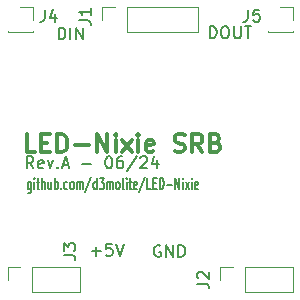
<source format=gbr>
%TF.GenerationSoftware,KiCad,Pcbnew,8.0.3*%
%TF.CreationDate,2024-07-13T20:35:25+02:00*%
%TF.ProjectId,Shift Register Board,53686966-7420-4526-9567-697374657220,rev?*%
%TF.SameCoordinates,Original*%
%TF.FileFunction,Legend,Top*%
%TF.FilePolarity,Positive*%
%FSLAX46Y46*%
G04 Gerber Fmt 4.6, Leading zero omitted, Abs format (unit mm)*
G04 Created by KiCad (PCBNEW 8.0.3) date 2024-07-13 20:35:25*
%MOMM*%
%LPD*%
G01*
G04 APERTURE LIST*
%ADD10C,0.150000*%
%ADD11C,0.300000*%
%ADD12C,0.120000*%
G04 APERTURE END LIST*
D10*
X68036779Y-63469819D02*
X68036779Y-62469819D01*
X68036779Y-62469819D02*
X68274874Y-62469819D01*
X68274874Y-62469819D02*
X68417731Y-62517438D01*
X68417731Y-62517438D02*
X68512969Y-62612676D01*
X68512969Y-62612676D02*
X68560588Y-62707914D01*
X68560588Y-62707914D02*
X68608207Y-62898390D01*
X68608207Y-62898390D02*
X68608207Y-63041247D01*
X68608207Y-63041247D02*
X68560588Y-63231723D01*
X68560588Y-63231723D02*
X68512969Y-63326961D01*
X68512969Y-63326961D02*
X68417731Y-63422200D01*
X68417731Y-63422200D02*
X68274874Y-63469819D01*
X68274874Y-63469819D02*
X68036779Y-63469819D01*
X69227255Y-62469819D02*
X69417731Y-62469819D01*
X69417731Y-62469819D02*
X69512969Y-62517438D01*
X69512969Y-62517438D02*
X69608207Y-62612676D01*
X69608207Y-62612676D02*
X69655826Y-62803152D01*
X69655826Y-62803152D02*
X69655826Y-63136485D01*
X69655826Y-63136485D02*
X69608207Y-63326961D01*
X69608207Y-63326961D02*
X69512969Y-63422200D01*
X69512969Y-63422200D02*
X69417731Y-63469819D01*
X69417731Y-63469819D02*
X69227255Y-63469819D01*
X69227255Y-63469819D02*
X69132017Y-63422200D01*
X69132017Y-63422200D02*
X69036779Y-63326961D01*
X69036779Y-63326961D02*
X68989160Y-63136485D01*
X68989160Y-63136485D02*
X68989160Y-62803152D01*
X68989160Y-62803152D02*
X69036779Y-62612676D01*
X69036779Y-62612676D02*
X69132017Y-62517438D01*
X69132017Y-62517438D02*
X69227255Y-62469819D01*
X70084398Y-62469819D02*
X70084398Y-63279342D01*
X70084398Y-63279342D02*
X70132017Y-63374580D01*
X70132017Y-63374580D02*
X70179636Y-63422200D01*
X70179636Y-63422200D02*
X70274874Y-63469819D01*
X70274874Y-63469819D02*
X70465350Y-63469819D01*
X70465350Y-63469819D02*
X70560588Y-63422200D01*
X70560588Y-63422200D02*
X70608207Y-63374580D01*
X70608207Y-63374580D02*
X70655826Y-63279342D01*
X70655826Y-63279342D02*
X70655826Y-62469819D01*
X70989160Y-62469819D02*
X71560588Y-62469819D01*
X71274874Y-63469819D02*
X71274874Y-62469819D01*
D11*
X53268796Y-73100828D02*
X52554510Y-73100828D01*
X52554510Y-73100828D02*
X52554510Y-71600828D01*
X53768796Y-72315114D02*
X54268796Y-72315114D01*
X54483082Y-73100828D02*
X53768796Y-73100828D01*
X53768796Y-73100828D02*
X53768796Y-71600828D01*
X53768796Y-71600828D02*
X54483082Y-71600828D01*
X55125939Y-73100828D02*
X55125939Y-71600828D01*
X55125939Y-71600828D02*
X55483082Y-71600828D01*
X55483082Y-71600828D02*
X55697368Y-71672257D01*
X55697368Y-71672257D02*
X55840225Y-71815114D01*
X55840225Y-71815114D02*
X55911654Y-71957971D01*
X55911654Y-71957971D02*
X55983082Y-72243685D01*
X55983082Y-72243685D02*
X55983082Y-72457971D01*
X55983082Y-72457971D02*
X55911654Y-72743685D01*
X55911654Y-72743685D02*
X55840225Y-72886542D01*
X55840225Y-72886542D02*
X55697368Y-73029400D01*
X55697368Y-73029400D02*
X55483082Y-73100828D01*
X55483082Y-73100828D02*
X55125939Y-73100828D01*
X56625939Y-72529400D02*
X57768797Y-72529400D01*
X58483082Y-73100828D02*
X58483082Y-71600828D01*
X58483082Y-71600828D02*
X59340225Y-73100828D01*
X59340225Y-73100828D02*
X59340225Y-71600828D01*
X60054511Y-73100828D02*
X60054511Y-72100828D01*
X60054511Y-71600828D02*
X59983083Y-71672257D01*
X59983083Y-71672257D02*
X60054511Y-71743685D01*
X60054511Y-71743685D02*
X60125940Y-71672257D01*
X60125940Y-71672257D02*
X60054511Y-71600828D01*
X60054511Y-71600828D02*
X60054511Y-71743685D01*
X60625940Y-73100828D02*
X61411655Y-72100828D01*
X60625940Y-72100828D02*
X61411655Y-73100828D01*
X61983083Y-73100828D02*
X61983083Y-72100828D01*
X61983083Y-71600828D02*
X61911655Y-71672257D01*
X61911655Y-71672257D02*
X61983083Y-71743685D01*
X61983083Y-71743685D02*
X62054512Y-71672257D01*
X62054512Y-71672257D02*
X61983083Y-71600828D01*
X61983083Y-71600828D02*
X61983083Y-71743685D01*
X63268798Y-73029400D02*
X63125941Y-73100828D01*
X63125941Y-73100828D02*
X62840227Y-73100828D01*
X62840227Y-73100828D02*
X62697369Y-73029400D01*
X62697369Y-73029400D02*
X62625941Y-72886542D01*
X62625941Y-72886542D02*
X62625941Y-72315114D01*
X62625941Y-72315114D02*
X62697369Y-72172257D01*
X62697369Y-72172257D02*
X62840227Y-72100828D01*
X62840227Y-72100828D02*
X63125941Y-72100828D01*
X63125941Y-72100828D02*
X63268798Y-72172257D01*
X63268798Y-72172257D02*
X63340227Y-72315114D01*
X63340227Y-72315114D02*
X63340227Y-72457971D01*
X63340227Y-72457971D02*
X62625941Y-72600828D01*
X65054512Y-73029400D02*
X65268798Y-73100828D01*
X65268798Y-73100828D02*
X65625940Y-73100828D01*
X65625940Y-73100828D02*
X65768798Y-73029400D01*
X65768798Y-73029400D02*
X65840226Y-72957971D01*
X65840226Y-72957971D02*
X65911655Y-72815114D01*
X65911655Y-72815114D02*
X65911655Y-72672257D01*
X65911655Y-72672257D02*
X65840226Y-72529400D01*
X65840226Y-72529400D02*
X65768798Y-72457971D01*
X65768798Y-72457971D02*
X65625940Y-72386542D01*
X65625940Y-72386542D02*
X65340226Y-72315114D01*
X65340226Y-72315114D02*
X65197369Y-72243685D01*
X65197369Y-72243685D02*
X65125940Y-72172257D01*
X65125940Y-72172257D02*
X65054512Y-72029400D01*
X65054512Y-72029400D02*
X65054512Y-71886542D01*
X65054512Y-71886542D02*
X65125940Y-71743685D01*
X65125940Y-71743685D02*
X65197369Y-71672257D01*
X65197369Y-71672257D02*
X65340226Y-71600828D01*
X65340226Y-71600828D02*
X65697369Y-71600828D01*
X65697369Y-71600828D02*
X65911655Y-71672257D01*
X67411654Y-73100828D02*
X66911654Y-72386542D01*
X66554511Y-73100828D02*
X66554511Y-71600828D01*
X66554511Y-71600828D02*
X67125940Y-71600828D01*
X67125940Y-71600828D02*
X67268797Y-71672257D01*
X67268797Y-71672257D02*
X67340226Y-71743685D01*
X67340226Y-71743685D02*
X67411654Y-71886542D01*
X67411654Y-71886542D02*
X67411654Y-72100828D01*
X67411654Y-72100828D02*
X67340226Y-72243685D01*
X67340226Y-72243685D02*
X67268797Y-72315114D01*
X67268797Y-72315114D02*
X67125940Y-72386542D01*
X67125940Y-72386542D02*
X66554511Y-72386542D01*
X68554511Y-72315114D02*
X68768797Y-72386542D01*
X68768797Y-72386542D02*
X68840226Y-72457971D01*
X68840226Y-72457971D02*
X68911654Y-72600828D01*
X68911654Y-72600828D02*
X68911654Y-72815114D01*
X68911654Y-72815114D02*
X68840226Y-72957971D01*
X68840226Y-72957971D02*
X68768797Y-73029400D01*
X68768797Y-73029400D02*
X68625940Y-73100828D01*
X68625940Y-73100828D02*
X68054511Y-73100828D01*
X68054511Y-73100828D02*
X68054511Y-71600828D01*
X68054511Y-71600828D02*
X68554511Y-71600828D01*
X68554511Y-71600828D02*
X68697369Y-71672257D01*
X68697369Y-71672257D02*
X68768797Y-71743685D01*
X68768797Y-71743685D02*
X68840226Y-71886542D01*
X68840226Y-71886542D02*
X68840226Y-72029400D01*
X68840226Y-72029400D02*
X68768797Y-72172257D01*
X68768797Y-72172257D02*
X68697369Y-72243685D01*
X68697369Y-72243685D02*
X68554511Y-72315114D01*
X68554511Y-72315114D02*
X68054511Y-72315114D01*
D10*
X55236779Y-63569819D02*
X55236779Y-62569819D01*
X55236779Y-62569819D02*
X55474874Y-62569819D01*
X55474874Y-62569819D02*
X55617731Y-62617438D01*
X55617731Y-62617438D02*
X55712969Y-62712676D01*
X55712969Y-62712676D02*
X55760588Y-62807914D01*
X55760588Y-62807914D02*
X55808207Y-62998390D01*
X55808207Y-62998390D02*
X55808207Y-63141247D01*
X55808207Y-63141247D02*
X55760588Y-63331723D01*
X55760588Y-63331723D02*
X55712969Y-63426961D01*
X55712969Y-63426961D02*
X55617731Y-63522200D01*
X55617731Y-63522200D02*
X55474874Y-63569819D01*
X55474874Y-63569819D02*
X55236779Y-63569819D01*
X56236779Y-63569819D02*
X56236779Y-62569819D01*
X56712969Y-63569819D02*
X56712969Y-62569819D01*
X56712969Y-62569819D02*
X57284397Y-63569819D01*
X57284397Y-63569819D02*
X57284397Y-62569819D01*
X58036779Y-81488866D02*
X58798684Y-81488866D01*
X58417731Y-81869819D02*
X58417731Y-81107914D01*
X59751064Y-80869819D02*
X59274874Y-80869819D01*
X59274874Y-80869819D02*
X59227255Y-81346009D01*
X59227255Y-81346009D02*
X59274874Y-81298390D01*
X59274874Y-81298390D02*
X59370112Y-81250771D01*
X59370112Y-81250771D02*
X59608207Y-81250771D01*
X59608207Y-81250771D02*
X59703445Y-81298390D01*
X59703445Y-81298390D02*
X59751064Y-81346009D01*
X59751064Y-81346009D02*
X59798683Y-81441247D01*
X59798683Y-81441247D02*
X59798683Y-81679342D01*
X59798683Y-81679342D02*
X59751064Y-81774580D01*
X59751064Y-81774580D02*
X59703445Y-81822200D01*
X59703445Y-81822200D02*
X59608207Y-81869819D01*
X59608207Y-81869819D02*
X59370112Y-81869819D01*
X59370112Y-81869819D02*
X59274874Y-81822200D01*
X59274874Y-81822200D02*
X59227255Y-81774580D01*
X60084398Y-80869819D02*
X60417731Y-81869819D01*
X60417731Y-81869819D02*
X60751064Y-80869819D01*
X63860588Y-81017438D02*
X63765350Y-80969819D01*
X63765350Y-80969819D02*
X63622493Y-80969819D01*
X63622493Y-80969819D02*
X63479636Y-81017438D01*
X63479636Y-81017438D02*
X63384398Y-81112676D01*
X63384398Y-81112676D02*
X63336779Y-81207914D01*
X63336779Y-81207914D02*
X63289160Y-81398390D01*
X63289160Y-81398390D02*
X63289160Y-81541247D01*
X63289160Y-81541247D02*
X63336779Y-81731723D01*
X63336779Y-81731723D02*
X63384398Y-81826961D01*
X63384398Y-81826961D02*
X63479636Y-81922200D01*
X63479636Y-81922200D02*
X63622493Y-81969819D01*
X63622493Y-81969819D02*
X63717731Y-81969819D01*
X63717731Y-81969819D02*
X63860588Y-81922200D01*
X63860588Y-81922200D02*
X63908207Y-81874580D01*
X63908207Y-81874580D02*
X63908207Y-81541247D01*
X63908207Y-81541247D02*
X63717731Y-81541247D01*
X64336779Y-81969819D02*
X64336779Y-80969819D01*
X64336779Y-80969819D02*
X64908207Y-81969819D01*
X64908207Y-81969819D02*
X64908207Y-80969819D01*
X65384398Y-81969819D02*
X65384398Y-80969819D01*
X65384398Y-80969819D02*
X65622493Y-80969819D01*
X65622493Y-80969819D02*
X65765350Y-81017438D01*
X65765350Y-81017438D02*
X65860588Y-81112676D01*
X65860588Y-81112676D02*
X65908207Y-81207914D01*
X65908207Y-81207914D02*
X65955826Y-81398390D01*
X65955826Y-81398390D02*
X65955826Y-81541247D01*
X65955826Y-81541247D02*
X65908207Y-81731723D01*
X65908207Y-81731723D02*
X65860588Y-81826961D01*
X65860588Y-81826961D02*
X65765350Y-81922200D01*
X65765350Y-81922200D02*
X65622493Y-81969819D01*
X65622493Y-81969819D02*
X65384398Y-81969819D01*
X53108207Y-74469819D02*
X52774874Y-73993628D01*
X52536779Y-74469819D02*
X52536779Y-73469819D01*
X52536779Y-73469819D02*
X52917731Y-73469819D01*
X52917731Y-73469819D02*
X53012969Y-73517438D01*
X53012969Y-73517438D02*
X53060588Y-73565057D01*
X53060588Y-73565057D02*
X53108207Y-73660295D01*
X53108207Y-73660295D02*
X53108207Y-73803152D01*
X53108207Y-73803152D02*
X53060588Y-73898390D01*
X53060588Y-73898390D02*
X53012969Y-73946009D01*
X53012969Y-73946009D02*
X52917731Y-73993628D01*
X52917731Y-73993628D02*
X52536779Y-73993628D01*
X53917731Y-74422200D02*
X53822493Y-74469819D01*
X53822493Y-74469819D02*
X53632017Y-74469819D01*
X53632017Y-74469819D02*
X53536779Y-74422200D01*
X53536779Y-74422200D02*
X53489160Y-74326961D01*
X53489160Y-74326961D02*
X53489160Y-73946009D01*
X53489160Y-73946009D02*
X53536779Y-73850771D01*
X53536779Y-73850771D02*
X53632017Y-73803152D01*
X53632017Y-73803152D02*
X53822493Y-73803152D01*
X53822493Y-73803152D02*
X53917731Y-73850771D01*
X53917731Y-73850771D02*
X53965350Y-73946009D01*
X53965350Y-73946009D02*
X53965350Y-74041247D01*
X53965350Y-74041247D02*
X53489160Y-74136485D01*
X54298684Y-73803152D02*
X54536779Y-74469819D01*
X54536779Y-74469819D02*
X54774874Y-73803152D01*
X55155827Y-74374580D02*
X55203446Y-74422200D01*
X55203446Y-74422200D02*
X55155827Y-74469819D01*
X55155827Y-74469819D02*
X55108208Y-74422200D01*
X55108208Y-74422200D02*
X55155827Y-74374580D01*
X55155827Y-74374580D02*
X55155827Y-74469819D01*
X55584398Y-74184104D02*
X56060588Y-74184104D01*
X55489160Y-74469819D02*
X55822493Y-73469819D01*
X55822493Y-73469819D02*
X56155826Y-74469819D01*
X57251065Y-74088866D02*
X58012970Y-74088866D01*
X59441541Y-73469819D02*
X59536779Y-73469819D01*
X59536779Y-73469819D02*
X59632017Y-73517438D01*
X59632017Y-73517438D02*
X59679636Y-73565057D01*
X59679636Y-73565057D02*
X59727255Y-73660295D01*
X59727255Y-73660295D02*
X59774874Y-73850771D01*
X59774874Y-73850771D02*
X59774874Y-74088866D01*
X59774874Y-74088866D02*
X59727255Y-74279342D01*
X59727255Y-74279342D02*
X59679636Y-74374580D01*
X59679636Y-74374580D02*
X59632017Y-74422200D01*
X59632017Y-74422200D02*
X59536779Y-74469819D01*
X59536779Y-74469819D02*
X59441541Y-74469819D01*
X59441541Y-74469819D02*
X59346303Y-74422200D01*
X59346303Y-74422200D02*
X59298684Y-74374580D01*
X59298684Y-74374580D02*
X59251065Y-74279342D01*
X59251065Y-74279342D02*
X59203446Y-74088866D01*
X59203446Y-74088866D02*
X59203446Y-73850771D01*
X59203446Y-73850771D02*
X59251065Y-73660295D01*
X59251065Y-73660295D02*
X59298684Y-73565057D01*
X59298684Y-73565057D02*
X59346303Y-73517438D01*
X59346303Y-73517438D02*
X59441541Y-73469819D01*
X60632017Y-73469819D02*
X60441541Y-73469819D01*
X60441541Y-73469819D02*
X60346303Y-73517438D01*
X60346303Y-73517438D02*
X60298684Y-73565057D01*
X60298684Y-73565057D02*
X60203446Y-73707914D01*
X60203446Y-73707914D02*
X60155827Y-73898390D01*
X60155827Y-73898390D02*
X60155827Y-74279342D01*
X60155827Y-74279342D02*
X60203446Y-74374580D01*
X60203446Y-74374580D02*
X60251065Y-74422200D01*
X60251065Y-74422200D02*
X60346303Y-74469819D01*
X60346303Y-74469819D02*
X60536779Y-74469819D01*
X60536779Y-74469819D02*
X60632017Y-74422200D01*
X60632017Y-74422200D02*
X60679636Y-74374580D01*
X60679636Y-74374580D02*
X60727255Y-74279342D01*
X60727255Y-74279342D02*
X60727255Y-74041247D01*
X60727255Y-74041247D02*
X60679636Y-73946009D01*
X60679636Y-73946009D02*
X60632017Y-73898390D01*
X60632017Y-73898390D02*
X60536779Y-73850771D01*
X60536779Y-73850771D02*
X60346303Y-73850771D01*
X60346303Y-73850771D02*
X60251065Y-73898390D01*
X60251065Y-73898390D02*
X60203446Y-73946009D01*
X60203446Y-73946009D02*
X60155827Y-74041247D01*
X61870112Y-73422200D02*
X61012970Y-74707914D01*
X62155827Y-73565057D02*
X62203446Y-73517438D01*
X62203446Y-73517438D02*
X62298684Y-73469819D01*
X62298684Y-73469819D02*
X62536779Y-73469819D01*
X62536779Y-73469819D02*
X62632017Y-73517438D01*
X62632017Y-73517438D02*
X62679636Y-73565057D01*
X62679636Y-73565057D02*
X62727255Y-73660295D01*
X62727255Y-73660295D02*
X62727255Y-73755533D01*
X62727255Y-73755533D02*
X62679636Y-73898390D01*
X62679636Y-73898390D02*
X62108208Y-74469819D01*
X62108208Y-74469819D02*
X62727255Y-74469819D01*
X63584398Y-73803152D02*
X63584398Y-74469819D01*
X63346303Y-73422200D02*
X63108208Y-74136485D01*
X63108208Y-74136485D02*
X63727255Y-74136485D01*
X52898684Y-75603152D02*
X52898684Y-76412676D01*
X52898684Y-76412676D02*
X52870112Y-76507914D01*
X52870112Y-76507914D02*
X52841541Y-76555533D01*
X52841541Y-76555533D02*
X52784398Y-76603152D01*
X52784398Y-76603152D02*
X52698684Y-76603152D01*
X52698684Y-76603152D02*
X52641541Y-76555533D01*
X52898684Y-76222200D02*
X52841541Y-76269819D01*
X52841541Y-76269819D02*
X52727255Y-76269819D01*
X52727255Y-76269819D02*
X52670112Y-76222200D01*
X52670112Y-76222200D02*
X52641541Y-76174580D01*
X52641541Y-76174580D02*
X52612969Y-76079342D01*
X52612969Y-76079342D02*
X52612969Y-75793628D01*
X52612969Y-75793628D02*
X52641541Y-75698390D01*
X52641541Y-75698390D02*
X52670112Y-75650771D01*
X52670112Y-75650771D02*
X52727255Y-75603152D01*
X52727255Y-75603152D02*
X52841541Y-75603152D01*
X52841541Y-75603152D02*
X52898684Y-75650771D01*
X53184398Y-76269819D02*
X53184398Y-75603152D01*
X53184398Y-75269819D02*
X53155826Y-75317438D01*
X53155826Y-75317438D02*
X53184398Y-75365057D01*
X53184398Y-75365057D02*
X53212969Y-75317438D01*
X53212969Y-75317438D02*
X53184398Y-75269819D01*
X53184398Y-75269819D02*
X53184398Y-75365057D01*
X53384397Y-75603152D02*
X53612969Y-75603152D01*
X53470112Y-75269819D02*
X53470112Y-76126961D01*
X53470112Y-76126961D02*
X53498683Y-76222200D01*
X53498683Y-76222200D02*
X53555826Y-76269819D01*
X53555826Y-76269819D02*
X53612969Y-76269819D01*
X53812969Y-76269819D02*
X53812969Y-75269819D01*
X54070112Y-76269819D02*
X54070112Y-75746009D01*
X54070112Y-75746009D02*
X54041540Y-75650771D01*
X54041540Y-75650771D02*
X53984397Y-75603152D01*
X53984397Y-75603152D02*
X53898683Y-75603152D01*
X53898683Y-75603152D02*
X53841540Y-75650771D01*
X53841540Y-75650771D02*
X53812969Y-75698390D01*
X54612969Y-75603152D02*
X54612969Y-76269819D01*
X54355826Y-75603152D02*
X54355826Y-76126961D01*
X54355826Y-76126961D02*
X54384397Y-76222200D01*
X54384397Y-76222200D02*
X54441540Y-76269819D01*
X54441540Y-76269819D02*
X54527254Y-76269819D01*
X54527254Y-76269819D02*
X54584397Y-76222200D01*
X54584397Y-76222200D02*
X54612969Y-76174580D01*
X54898683Y-76269819D02*
X54898683Y-75269819D01*
X54898683Y-75650771D02*
X54955826Y-75603152D01*
X54955826Y-75603152D02*
X55070111Y-75603152D01*
X55070111Y-75603152D02*
X55127254Y-75650771D01*
X55127254Y-75650771D02*
X55155826Y-75698390D01*
X55155826Y-75698390D02*
X55184397Y-75793628D01*
X55184397Y-75793628D02*
X55184397Y-76079342D01*
X55184397Y-76079342D02*
X55155826Y-76174580D01*
X55155826Y-76174580D02*
X55127254Y-76222200D01*
X55127254Y-76222200D02*
X55070111Y-76269819D01*
X55070111Y-76269819D02*
X54955826Y-76269819D01*
X54955826Y-76269819D02*
X54898683Y-76222200D01*
X55441540Y-76174580D02*
X55470111Y-76222200D01*
X55470111Y-76222200D02*
X55441540Y-76269819D01*
X55441540Y-76269819D02*
X55412968Y-76222200D01*
X55412968Y-76222200D02*
X55441540Y-76174580D01*
X55441540Y-76174580D02*
X55441540Y-76269819D01*
X55984397Y-76222200D02*
X55927254Y-76269819D01*
X55927254Y-76269819D02*
X55812968Y-76269819D01*
X55812968Y-76269819D02*
X55755825Y-76222200D01*
X55755825Y-76222200D02*
X55727254Y-76174580D01*
X55727254Y-76174580D02*
X55698682Y-76079342D01*
X55698682Y-76079342D02*
X55698682Y-75793628D01*
X55698682Y-75793628D02*
X55727254Y-75698390D01*
X55727254Y-75698390D02*
X55755825Y-75650771D01*
X55755825Y-75650771D02*
X55812968Y-75603152D01*
X55812968Y-75603152D02*
X55927254Y-75603152D01*
X55927254Y-75603152D02*
X55984397Y-75650771D01*
X56327254Y-76269819D02*
X56270111Y-76222200D01*
X56270111Y-76222200D02*
X56241540Y-76174580D01*
X56241540Y-76174580D02*
X56212968Y-76079342D01*
X56212968Y-76079342D02*
X56212968Y-75793628D01*
X56212968Y-75793628D02*
X56241540Y-75698390D01*
X56241540Y-75698390D02*
X56270111Y-75650771D01*
X56270111Y-75650771D02*
X56327254Y-75603152D01*
X56327254Y-75603152D02*
X56412968Y-75603152D01*
X56412968Y-75603152D02*
X56470111Y-75650771D01*
X56470111Y-75650771D02*
X56498683Y-75698390D01*
X56498683Y-75698390D02*
X56527254Y-75793628D01*
X56527254Y-75793628D02*
X56527254Y-76079342D01*
X56527254Y-76079342D02*
X56498683Y-76174580D01*
X56498683Y-76174580D02*
X56470111Y-76222200D01*
X56470111Y-76222200D02*
X56412968Y-76269819D01*
X56412968Y-76269819D02*
X56327254Y-76269819D01*
X56784397Y-76269819D02*
X56784397Y-75603152D01*
X56784397Y-75698390D02*
X56812968Y-75650771D01*
X56812968Y-75650771D02*
X56870111Y-75603152D01*
X56870111Y-75603152D02*
X56955825Y-75603152D01*
X56955825Y-75603152D02*
X57012968Y-75650771D01*
X57012968Y-75650771D02*
X57041540Y-75746009D01*
X57041540Y-75746009D02*
X57041540Y-76269819D01*
X57041540Y-75746009D02*
X57070111Y-75650771D01*
X57070111Y-75650771D02*
X57127254Y-75603152D01*
X57127254Y-75603152D02*
X57212968Y-75603152D01*
X57212968Y-75603152D02*
X57270111Y-75650771D01*
X57270111Y-75650771D02*
X57298682Y-75746009D01*
X57298682Y-75746009D02*
X57298682Y-76269819D01*
X58012968Y-75222200D02*
X57498682Y-76507914D01*
X58470111Y-76269819D02*
X58470111Y-75269819D01*
X58470111Y-76222200D02*
X58412968Y-76269819D01*
X58412968Y-76269819D02*
X58298682Y-76269819D01*
X58298682Y-76269819D02*
X58241539Y-76222200D01*
X58241539Y-76222200D02*
X58212968Y-76174580D01*
X58212968Y-76174580D02*
X58184396Y-76079342D01*
X58184396Y-76079342D02*
X58184396Y-75793628D01*
X58184396Y-75793628D02*
X58212968Y-75698390D01*
X58212968Y-75698390D02*
X58241539Y-75650771D01*
X58241539Y-75650771D02*
X58298682Y-75603152D01*
X58298682Y-75603152D02*
X58412968Y-75603152D01*
X58412968Y-75603152D02*
X58470111Y-75650771D01*
X58698682Y-75269819D02*
X59070110Y-75269819D01*
X59070110Y-75269819D02*
X58870110Y-75650771D01*
X58870110Y-75650771D02*
X58955825Y-75650771D01*
X58955825Y-75650771D02*
X59012968Y-75698390D01*
X59012968Y-75698390D02*
X59041539Y-75746009D01*
X59041539Y-75746009D02*
X59070110Y-75841247D01*
X59070110Y-75841247D02*
X59070110Y-76079342D01*
X59070110Y-76079342D02*
X59041539Y-76174580D01*
X59041539Y-76174580D02*
X59012968Y-76222200D01*
X59012968Y-76222200D02*
X58955825Y-76269819D01*
X58955825Y-76269819D02*
X58784396Y-76269819D01*
X58784396Y-76269819D02*
X58727253Y-76222200D01*
X58727253Y-76222200D02*
X58698682Y-76174580D01*
X59327254Y-76269819D02*
X59327254Y-75603152D01*
X59327254Y-75698390D02*
X59355825Y-75650771D01*
X59355825Y-75650771D02*
X59412968Y-75603152D01*
X59412968Y-75603152D02*
X59498682Y-75603152D01*
X59498682Y-75603152D02*
X59555825Y-75650771D01*
X59555825Y-75650771D02*
X59584397Y-75746009D01*
X59584397Y-75746009D02*
X59584397Y-76269819D01*
X59584397Y-75746009D02*
X59612968Y-75650771D01*
X59612968Y-75650771D02*
X59670111Y-75603152D01*
X59670111Y-75603152D02*
X59755825Y-75603152D01*
X59755825Y-75603152D02*
X59812968Y-75650771D01*
X59812968Y-75650771D02*
X59841539Y-75746009D01*
X59841539Y-75746009D02*
X59841539Y-76269819D01*
X60212968Y-76269819D02*
X60155825Y-76222200D01*
X60155825Y-76222200D02*
X60127254Y-76174580D01*
X60127254Y-76174580D02*
X60098682Y-76079342D01*
X60098682Y-76079342D02*
X60098682Y-75793628D01*
X60098682Y-75793628D02*
X60127254Y-75698390D01*
X60127254Y-75698390D02*
X60155825Y-75650771D01*
X60155825Y-75650771D02*
X60212968Y-75603152D01*
X60212968Y-75603152D02*
X60298682Y-75603152D01*
X60298682Y-75603152D02*
X60355825Y-75650771D01*
X60355825Y-75650771D02*
X60384397Y-75698390D01*
X60384397Y-75698390D02*
X60412968Y-75793628D01*
X60412968Y-75793628D02*
X60412968Y-76079342D01*
X60412968Y-76079342D02*
X60384397Y-76174580D01*
X60384397Y-76174580D02*
X60355825Y-76222200D01*
X60355825Y-76222200D02*
X60298682Y-76269819D01*
X60298682Y-76269819D02*
X60212968Y-76269819D01*
X60755825Y-76269819D02*
X60698682Y-76222200D01*
X60698682Y-76222200D02*
X60670111Y-76126961D01*
X60670111Y-76126961D02*
X60670111Y-75269819D01*
X60984397Y-76269819D02*
X60984397Y-75603152D01*
X60984397Y-75269819D02*
X60955825Y-75317438D01*
X60955825Y-75317438D02*
X60984397Y-75365057D01*
X60984397Y-75365057D02*
X61012968Y-75317438D01*
X61012968Y-75317438D02*
X60984397Y-75269819D01*
X60984397Y-75269819D02*
X60984397Y-75365057D01*
X61184396Y-75603152D02*
X61412968Y-75603152D01*
X61270111Y-75269819D02*
X61270111Y-76126961D01*
X61270111Y-76126961D02*
X61298682Y-76222200D01*
X61298682Y-76222200D02*
X61355825Y-76269819D01*
X61355825Y-76269819D02*
X61412968Y-76269819D01*
X61841539Y-76222200D02*
X61784396Y-76269819D01*
X61784396Y-76269819D02*
X61670111Y-76269819D01*
X61670111Y-76269819D02*
X61612968Y-76222200D01*
X61612968Y-76222200D02*
X61584396Y-76126961D01*
X61584396Y-76126961D02*
X61584396Y-75746009D01*
X61584396Y-75746009D02*
X61612968Y-75650771D01*
X61612968Y-75650771D02*
X61670111Y-75603152D01*
X61670111Y-75603152D02*
X61784396Y-75603152D01*
X61784396Y-75603152D02*
X61841539Y-75650771D01*
X61841539Y-75650771D02*
X61870111Y-75746009D01*
X61870111Y-75746009D02*
X61870111Y-75841247D01*
X61870111Y-75841247D02*
X61584396Y-75936485D01*
X62555825Y-75222200D02*
X62041539Y-76507914D01*
X63041539Y-76269819D02*
X62755825Y-76269819D01*
X62755825Y-76269819D02*
X62755825Y-75269819D01*
X63241539Y-75746009D02*
X63441539Y-75746009D01*
X63527253Y-76269819D02*
X63241539Y-76269819D01*
X63241539Y-76269819D02*
X63241539Y-75269819D01*
X63241539Y-75269819D02*
X63527253Y-75269819D01*
X63784396Y-76269819D02*
X63784396Y-75269819D01*
X63784396Y-75269819D02*
X63927253Y-75269819D01*
X63927253Y-75269819D02*
X64012967Y-75317438D01*
X64012967Y-75317438D02*
X64070110Y-75412676D01*
X64070110Y-75412676D02*
X64098681Y-75507914D01*
X64098681Y-75507914D02*
X64127253Y-75698390D01*
X64127253Y-75698390D02*
X64127253Y-75841247D01*
X64127253Y-75841247D02*
X64098681Y-76031723D01*
X64098681Y-76031723D02*
X64070110Y-76126961D01*
X64070110Y-76126961D02*
X64012967Y-76222200D01*
X64012967Y-76222200D02*
X63927253Y-76269819D01*
X63927253Y-76269819D02*
X63784396Y-76269819D01*
X64384396Y-75888866D02*
X64841539Y-75888866D01*
X65127253Y-76269819D02*
X65127253Y-75269819D01*
X65127253Y-75269819D02*
X65470110Y-76269819D01*
X65470110Y-76269819D02*
X65470110Y-75269819D01*
X65755824Y-76269819D02*
X65755824Y-75603152D01*
X65755824Y-75269819D02*
X65727252Y-75317438D01*
X65727252Y-75317438D02*
X65755824Y-75365057D01*
X65755824Y-75365057D02*
X65784395Y-75317438D01*
X65784395Y-75317438D02*
X65755824Y-75269819D01*
X65755824Y-75269819D02*
X65755824Y-75365057D01*
X65984395Y-76269819D02*
X66298681Y-75603152D01*
X65984395Y-75603152D02*
X66298681Y-76269819D01*
X66527252Y-76269819D02*
X66527252Y-75603152D01*
X66527252Y-75269819D02*
X66498680Y-75317438D01*
X66498680Y-75317438D02*
X66527252Y-75365057D01*
X66527252Y-75365057D02*
X66555823Y-75317438D01*
X66555823Y-75317438D02*
X66527252Y-75269819D01*
X66527252Y-75269819D02*
X66527252Y-75365057D01*
X67041537Y-76222200D02*
X66984394Y-76269819D01*
X66984394Y-76269819D02*
X66870109Y-76269819D01*
X66870109Y-76269819D02*
X66812966Y-76222200D01*
X66812966Y-76222200D02*
X66784394Y-76126961D01*
X66784394Y-76126961D02*
X66784394Y-75746009D01*
X66784394Y-75746009D02*
X66812966Y-75650771D01*
X66812966Y-75650771D02*
X66870109Y-75603152D01*
X66870109Y-75603152D02*
X66984394Y-75603152D01*
X66984394Y-75603152D02*
X67041537Y-75650771D01*
X67041537Y-75650771D02*
X67070109Y-75746009D01*
X67070109Y-75746009D02*
X67070109Y-75841247D01*
X67070109Y-75841247D02*
X66784394Y-75936485D01*
X56954818Y-61933333D02*
X57669103Y-61933333D01*
X57669103Y-61933333D02*
X57811960Y-61980952D01*
X57811960Y-61980952D02*
X57907199Y-62076190D01*
X57907199Y-62076190D02*
X57954818Y-62219047D01*
X57954818Y-62219047D02*
X57954818Y-62314285D01*
X57954818Y-60933333D02*
X57954818Y-61504761D01*
X57954818Y-61219047D02*
X56954818Y-61219047D01*
X56954818Y-61219047D02*
X57097675Y-61314285D01*
X57097675Y-61314285D02*
X57192913Y-61409523D01*
X57192913Y-61409523D02*
X57240532Y-61504761D01*
X55654819Y-81833333D02*
X56369104Y-81833333D01*
X56369104Y-81833333D02*
X56511961Y-81880952D01*
X56511961Y-81880952D02*
X56607200Y-81976190D01*
X56607200Y-81976190D02*
X56654819Y-82119047D01*
X56654819Y-82119047D02*
X56654819Y-82214285D01*
X55654819Y-81452380D02*
X55654819Y-80833333D01*
X55654819Y-80833333D02*
X56035771Y-81166666D01*
X56035771Y-81166666D02*
X56035771Y-81023809D01*
X56035771Y-81023809D02*
X56083390Y-80928571D01*
X56083390Y-80928571D02*
X56131009Y-80880952D01*
X56131009Y-80880952D02*
X56226247Y-80833333D01*
X56226247Y-80833333D02*
X56464342Y-80833333D01*
X56464342Y-80833333D02*
X56559580Y-80880952D01*
X56559580Y-80880952D02*
X56607200Y-80928571D01*
X56607200Y-80928571D02*
X56654819Y-81023809D01*
X56654819Y-81023809D02*
X56654819Y-81309523D01*
X56654819Y-81309523D02*
X56607200Y-81404761D01*
X56607200Y-81404761D02*
X56559580Y-81452380D01*
X71266666Y-61054819D02*
X71266666Y-61769104D01*
X71266666Y-61769104D02*
X71219047Y-61911961D01*
X71219047Y-61911961D02*
X71123809Y-62007200D01*
X71123809Y-62007200D02*
X70980952Y-62054819D01*
X70980952Y-62054819D02*
X70885714Y-62054819D01*
X72219047Y-61054819D02*
X71742857Y-61054819D01*
X71742857Y-61054819D02*
X71695238Y-61531009D01*
X71695238Y-61531009D02*
X71742857Y-61483390D01*
X71742857Y-61483390D02*
X71838095Y-61435771D01*
X71838095Y-61435771D02*
X72076190Y-61435771D01*
X72076190Y-61435771D02*
X72171428Y-61483390D01*
X72171428Y-61483390D02*
X72219047Y-61531009D01*
X72219047Y-61531009D02*
X72266666Y-61626247D01*
X72266666Y-61626247D02*
X72266666Y-61864342D01*
X72266666Y-61864342D02*
X72219047Y-61959580D01*
X72219047Y-61959580D02*
X72171428Y-62007200D01*
X72171428Y-62007200D02*
X72076190Y-62054819D01*
X72076190Y-62054819D02*
X71838095Y-62054819D01*
X71838095Y-62054819D02*
X71742857Y-62007200D01*
X71742857Y-62007200D02*
X71695238Y-61959580D01*
X66954819Y-84233333D02*
X67669104Y-84233333D01*
X67669104Y-84233333D02*
X67811961Y-84280952D01*
X67811961Y-84280952D02*
X67907200Y-84376190D01*
X67907200Y-84376190D02*
X67954819Y-84519047D01*
X67954819Y-84519047D02*
X67954819Y-84614285D01*
X67050057Y-83804761D02*
X67002438Y-83757142D01*
X67002438Y-83757142D02*
X66954819Y-83661904D01*
X66954819Y-83661904D02*
X66954819Y-83423809D01*
X66954819Y-83423809D02*
X67002438Y-83328571D01*
X67002438Y-83328571D02*
X67050057Y-83280952D01*
X67050057Y-83280952D02*
X67145295Y-83233333D01*
X67145295Y-83233333D02*
X67240533Y-83233333D01*
X67240533Y-83233333D02*
X67383390Y-83280952D01*
X67383390Y-83280952D02*
X67954819Y-83852380D01*
X67954819Y-83852380D02*
X67954819Y-83233333D01*
X54066666Y-61054819D02*
X54066666Y-61769104D01*
X54066666Y-61769104D02*
X54019047Y-61911961D01*
X54019047Y-61911961D02*
X53923809Y-62007200D01*
X53923809Y-62007200D02*
X53780952Y-62054819D01*
X53780952Y-62054819D02*
X53685714Y-62054819D01*
X54971428Y-61388152D02*
X54971428Y-62054819D01*
X54733333Y-61007200D02*
X54495238Y-61721485D01*
X54495238Y-61721485D02*
X55114285Y-61721485D01*
D12*
%TO.C,J1*%
X58939999Y-60840000D02*
X59999999Y-60840000D01*
X58939999Y-61900000D02*
X58939999Y-60840000D01*
X60999999Y-60840000D02*
X67059999Y-60840000D01*
X60999999Y-62960000D02*
X60999999Y-60840000D01*
X60999999Y-62960000D02*
X67059999Y-62960000D01*
X67059999Y-62960000D02*
X67059999Y-60840000D01*
%TO.C,J3*%
X50940000Y-82840000D02*
X52000000Y-82840000D01*
X50940000Y-83900000D02*
X50940000Y-82840000D01*
X53000000Y-82840000D02*
X57060000Y-82840000D01*
X53000000Y-84960000D02*
X53000000Y-82840000D01*
X53000000Y-84960000D02*
X57060000Y-84960000D01*
X57060000Y-84960000D02*
X57060000Y-82840000D01*
%TO.C,J5*%
X72940000Y-62840000D02*
X72940000Y-62960000D01*
X72940000Y-62960000D02*
X75060000Y-62960000D01*
X74000000Y-60840000D02*
X75060000Y-60840000D01*
X75060000Y-60840000D02*
X75060000Y-61900000D01*
X75060000Y-62840000D02*
X75060000Y-62960000D01*
%TO.C,J2*%
X68940000Y-82840000D02*
X70000000Y-82840000D01*
X68940000Y-83900000D02*
X68940000Y-82840000D01*
X71000000Y-82840000D02*
X75060000Y-82840000D01*
X71000000Y-84960000D02*
X71000000Y-82840000D01*
X71000000Y-84960000D02*
X75060000Y-84960000D01*
X75060000Y-84960000D02*
X75060000Y-82840000D01*
%TO.C,J4*%
X50940000Y-62840000D02*
X50940000Y-62960000D01*
X50940000Y-62960000D02*
X53060000Y-62960000D01*
X52000000Y-60840000D02*
X53060000Y-60840000D01*
X53060000Y-60840000D02*
X53060000Y-61900000D01*
X53060000Y-62840000D02*
X53060000Y-62960000D01*
%TD*%
M02*

</source>
